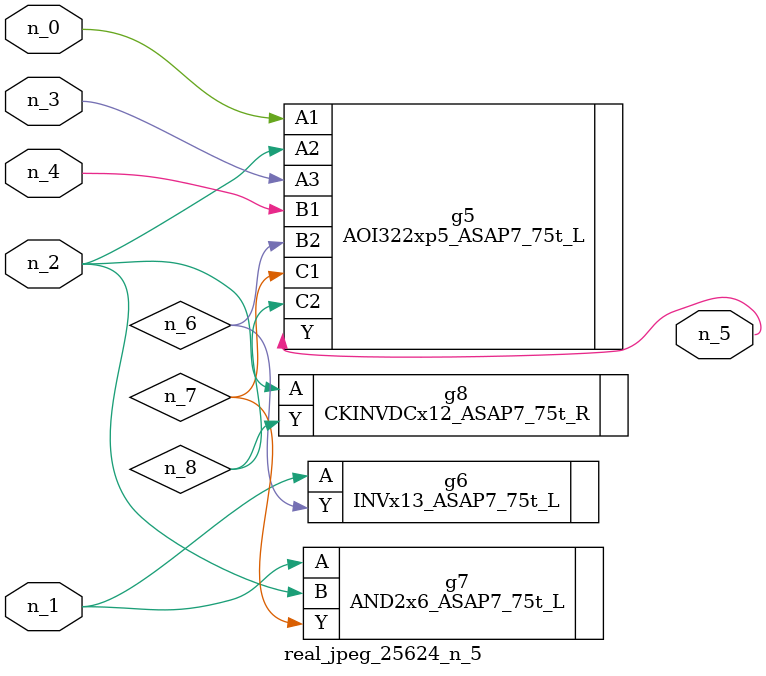
<source format=v>
module real_jpeg_25624_n_5 (n_4, n_0, n_1, n_2, n_3, n_5);

input n_4;
input n_0;
input n_1;
input n_2;
input n_3;

output n_5;

wire n_8;
wire n_6;
wire n_7;

AOI322xp5_ASAP7_75t_L g5 ( 
.A1(n_0),
.A2(n_2),
.A3(n_3),
.B1(n_4),
.B2(n_6),
.C1(n_7),
.C2(n_8),
.Y(n_5)
);

INVx13_ASAP7_75t_L g6 ( 
.A(n_1),
.Y(n_6)
);

AND2x6_ASAP7_75t_L g7 ( 
.A(n_1),
.B(n_2),
.Y(n_7)
);

CKINVDCx12_ASAP7_75t_R g8 ( 
.A(n_2),
.Y(n_8)
);


endmodule
</source>
